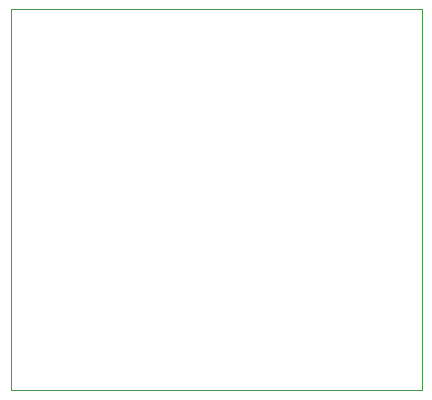
<source format=gm1>
G04 #@! TF.GenerationSoftware,KiCad,Pcbnew,8.0.2*
G04 #@! TF.CreationDate,2024-06-03T19:44:32-07:00*
G04 #@! TF.ProjectId,SNES_USB_C_power,534e4553-5f55-4534-925f-435f706f7765,A*
G04 #@! TF.SameCoordinates,Original*
G04 #@! TF.FileFunction,Profile,NP*
%FSLAX46Y46*%
G04 Gerber Fmt 4.6, Leading zero omitted, Abs format (unit mm)*
G04 Created by KiCad (PCBNEW 8.0.2) date 2024-06-03 19:44:32*
%MOMM*%
%LPD*%
G01*
G04 APERTURE LIST*
G04 #@! TA.AperFunction,Profile*
%ADD10C,0.050000*%
G04 #@! TD*
G04 APERTURE END LIST*
D10*
X141712000Y-94893500D02*
X176510000Y-94893500D01*
X176510000Y-127151500D01*
X141712000Y-127151500D01*
X141712000Y-94893500D01*
M02*

</source>
